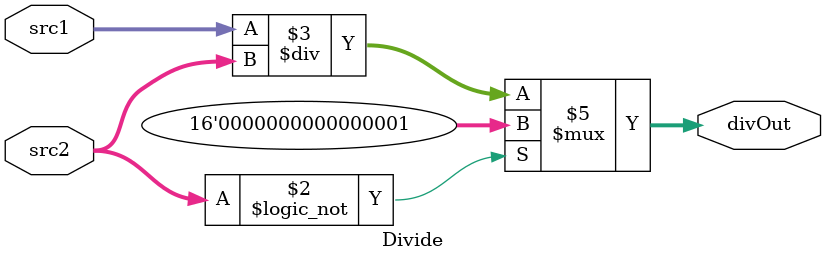
<source format=v>

module Divide(
    input [15:0] src1,
    input [15:0] src2,
    output reg[15:0] divOut
    );
	
 reg [15:0] tempSrc1,tempSrc2;
 
 always @ (src1,src2)
 begin	
	if(!src2)
	begin
		divOut = 15'b1;
	end	
	else
	begin	
		divOut = src1 / src2;
   end		
 end		
endmodule

</source>
